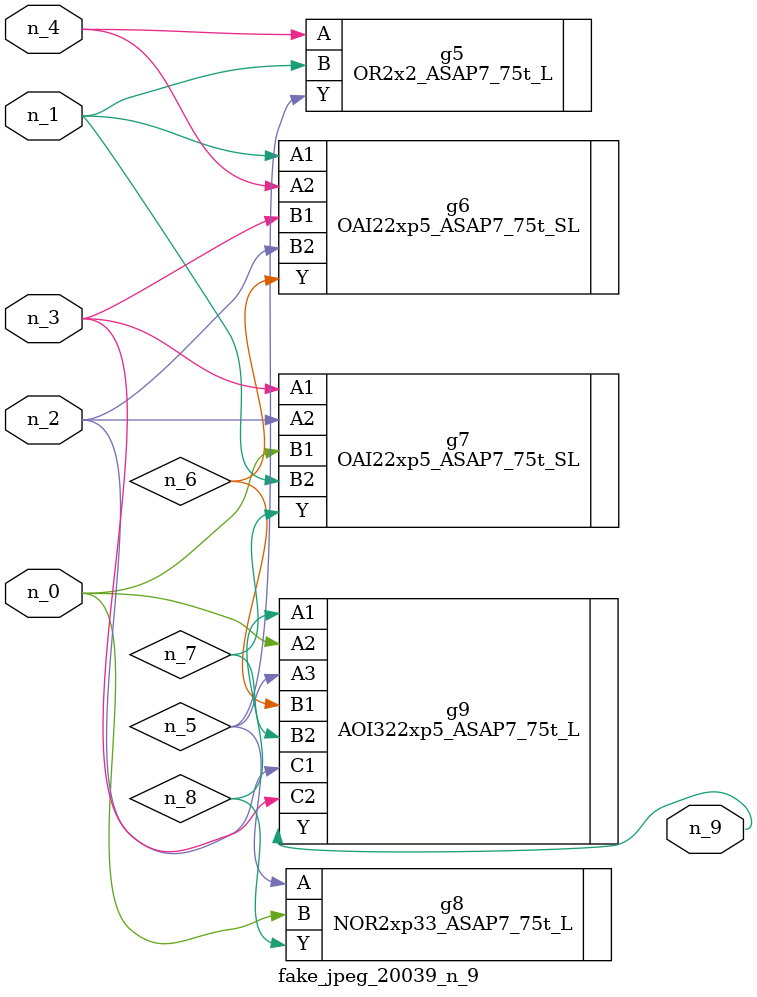
<source format=v>
module fake_jpeg_20039_n_9 (n_3, n_2, n_1, n_0, n_4, n_9);

input n_3;
input n_2;
input n_1;
input n_0;
input n_4;

output n_9;

wire n_8;
wire n_6;
wire n_5;
wire n_7;

OR2x2_ASAP7_75t_L g5 ( 
.A(n_4),
.B(n_1),
.Y(n_5)
);

OAI22xp5_ASAP7_75t_SL g6 ( 
.A1(n_1),
.A2(n_4),
.B1(n_3),
.B2(n_2),
.Y(n_6)
);

OAI22xp5_ASAP7_75t_SL g7 ( 
.A1(n_3),
.A2(n_2),
.B1(n_0),
.B2(n_1),
.Y(n_7)
);

NOR2xp33_ASAP7_75t_L g8 ( 
.A(n_5),
.B(n_0),
.Y(n_8)
);

AOI322xp5_ASAP7_75t_L g9 ( 
.A1(n_8),
.A2(n_0),
.A3(n_5),
.B1(n_6),
.B2(n_7),
.C1(n_2),
.C2(n_3),
.Y(n_9)
);


endmodule
</source>
